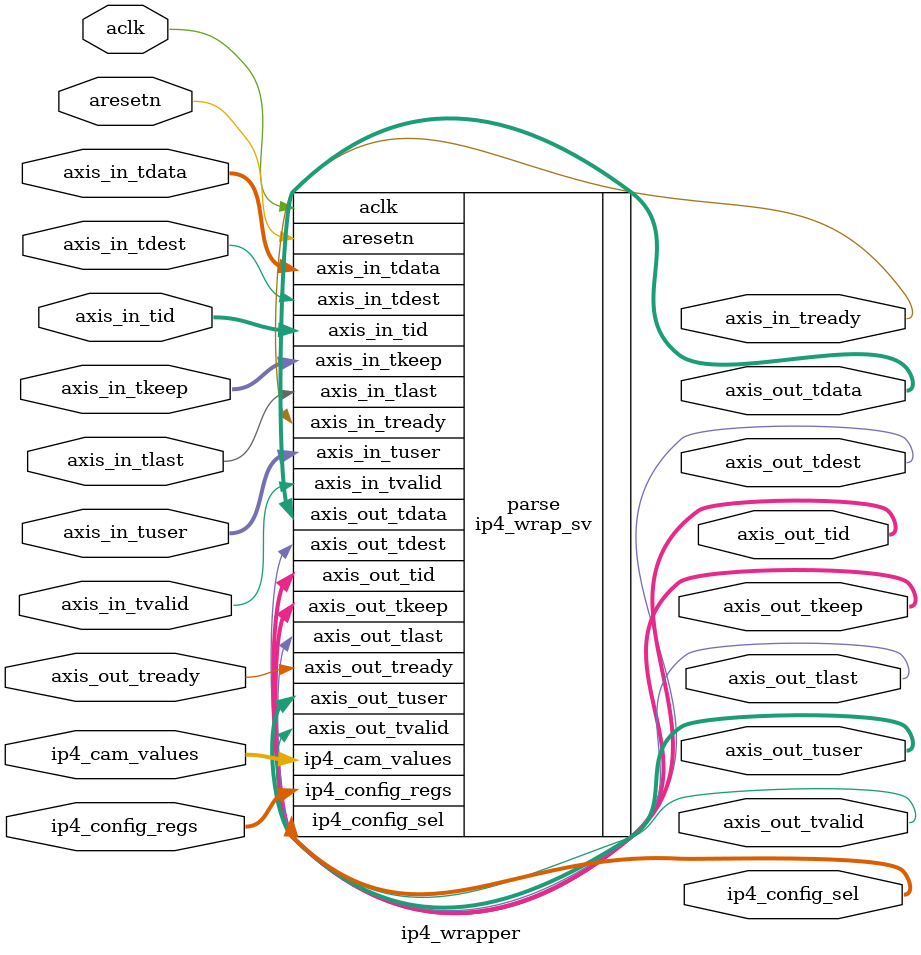
<source format=v>
`timescale 1ns / 1ps
`default_nettype none




`define SA_IP4_SIZE 32
`define DA_IP4_SIZE 32




//The IP4 Parser Module
module ip4_wrapper
#(
    //AXI Stream Params
    parameter AXIS_BUS_WIDTH = 64,
    parameter AXIS_ID_WIDTH = 4,
    parameter AXIS_DEST_WIDTH = 0,

    //Derived params for AXI Stream
    localparam NUM_BUS_BYTES = AXIS_BUS_WIDTH/8,
    localparam NUM_AXIS_ID = (2**AXIS_ID_WIDTH),

    localparam EFF_ID_WIDTH = (AXIS_ID_WIDTH < 1) ? 1 : AXIS_ID_WIDTH,
    localparam EFF_DEST_WIDTH = (AXIS_DEST_WIDTH < 1) ? 1 : AXIS_DEST_WIDTH,

    //Network Packet Params
    parameter MAX_PACKET_LENGTH = 1522,

    //Constants and Derived params for network packet
    localparam PACKET_LENGTH_CBITS = $clog2(MAX_PACKET_LENGTH+1),
    localparam MAX_ADDED_OFFSET = 64,
    localparam MAX_ADDED_OFFSET_CBITS = $clog2(MAX_ADDED_OFFSET+1),

    //Packed input signals size
    localparam IP4_TUSER_IN_WIDTH = NUM_AXIS_ID + PACKET_LENGTH_CBITS + 5,
    localparam IP4_TUSER_OUT_WDITH = NUM_AXIS_ID + PACKET_LENGTH_CBITS + MAX_ADDED_OFFSET_CBITS + 6,
    localparam IP4_CONFIG_SEL_WIDTH = EFF_ID_WIDTH + EFF_DEST_WIDTH,
    localparam IP4_CONFIG_REG_WIDTH = (2*`DA_IP4_SIZE) + `SA_IP4_SIZE + 5,
    localparam IP4_CAM_WIDTH = (`SA_IP4_SIZE + 1) * NUM_AXIS_ID,

    //Features to implement
    parameter INCLUDE_IP4_NEXT_ACL = 1,
    parameter ALLOW_IP4_OPTIONS = 0,
    parameter INCLUDE_IP4_SRC_ACL = 1,
    parameter INCLUDE_IP4_DEST_ACL = 1,
    parameter INCLUDE_IP4_DEST_CAM = 1,

    //Retiming register stages (to be modified until timing met)
    parameter RETIMING_STAGES = 0
)
(
    //Input AXI stream
    input wire [AXIS_BUS_WIDTH-1:0]       axis_in_tdata,
    input wire [((2**AXIS_ID_WIDTH)+$clog2(MAX_PACKET_LENGTH+1)+5)-1:0] // [IP4_TUSER_IN_WIDTH-1:0]
                                          axis_in_tuser,
    input wire [((AXIS_ID_WIDTH<1)?1:AXIS_ID_WIDTH)-1:0]        
                                          axis_in_tid,
    input wire [((AXIS_DEST_WIDTH<1)?1:AXIS_DEST_WIDTH)-1:0]
                                          axis_in_tdest, 
    input wire [(AXIS_BUS_WIDTH/8)-1:0]   axis_in_tkeep,
    input wire                            axis_in_tlast,
    input wire                            axis_in_tvalid,
    output wire                           axis_in_tready,
    
    //Output AXI stream
    output wire [AXIS_BUS_WIDTH-1:0]      axis_out_tdata,
    output wire [((2**AXIS_ID_WIDTH)+$clog2(MAX_PACKET_LENGTH+1)+7+6)-1:0] // [IP4_TUSER_OUT_WDITH-1:0] 
                                          axis_out_tuser,
    output wire [((AXIS_ID_WIDTH<1)?1:AXIS_ID_WIDTH)-1:0]       
                                          axis_out_tid,
    output wire [((AXIS_DEST_WIDTH<1)?1:AXIS_DEST_WIDTH)-1:0]
                                          axis_out_tdest, 
    output wire [(AXIS_BUS_WIDTH/8)-1:0]  axis_out_tkeep,
    output wire                           axis_out_tlast,
    output wire                           axis_out_tvalid,
    input wire                            axis_out_tready,

    //Configuration register inputs (used for ACL and CAM)
    output wire [(((AXIS_ID_WIDTH<1)?1:AXIS_ID_WIDTH)+((AXIS_DEST_WIDTH<1)?1:AXIS_DEST_WIDTH))-1:0]  
                                          ip4_config_sel,
    input wire [((2*`DA_IP4_SIZE)+`SA_IP4_SIZE+5)-1:0]
                                          ip4_config_regs,
    input wire [((`SA_IP4_SIZE+1)*(2**AXIS_ID_WIDTH))-1:0]          
                                          ip4_cam_values,

    //Clocking
    input wire  aclk,
    input wire  aresetn
);



    ip4_wrap_sv
    #(
        .AXIS_BUS_WIDTH             (AXIS_BUS_WIDTH),
        .AXIS_ID_WIDTH              (AXIS_ID_WIDTH),
        .AXIS_DEST_WIDTH            (AXIS_DEST_WIDTH),
        .MAX_PACKET_LENGTH          (MAX_PACKET_LENGTH),
        .INCLUDE_IP4_NEXT_ACL       (INCLUDE_IP4_NEXT_ACL),
        .ALLOW_IP4_OPTIONS          (ALLOW_IP4_OPTIONS),
        .INCLUDE_IP4_SRC_ACL        (INCLUDE_IP4_SRC_ACL),
        .INCLUDE_IP4_DEST_ACL       (INCLUDE_IP4_DEST_ACL),
        .INCLUDE_IP4_DEST_CAM       (INCLUDE_IP4_DEST_CAM)
    )
    parse
    (
        .axis_in_tdata (axis_in_tdata),
        .axis_in_tuser (axis_in_tuser),
        .axis_in_tid (axis_in_tid),
        .axis_in_tdest (axis_in_tdest), 
        .axis_in_tkeep (axis_in_tkeep),
        .axis_in_tlast (axis_in_tlast),
        .axis_in_tvalid (axis_in_tvalid),
        .axis_in_tready (axis_in_tready),
        
        .axis_out_tdata (axis_out_tdata),
        .axis_out_tuser (axis_out_tuser),
        .axis_out_tid (axis_out_tid),
        .axis_out_tdest (axis_out_tdest), 
        .axis_out_tkeep (axis_out_tkeep),
        .axis_out_tlast (axis_out_tlast),
        .axis_out_tvalid (axis_out_tvalid),
        .axis_out_tready (axis_out_tready),

        .ip4_config_sel (ip4_config_sel),
        .ip4_config_regs (ip4_config_regs),
        .ip4_cam_values (ip4_cam_values),

        .aclk (aclk),
        .aresetn (aresetn)
    );

    


endmodule

`default_nettype wire
</source>
